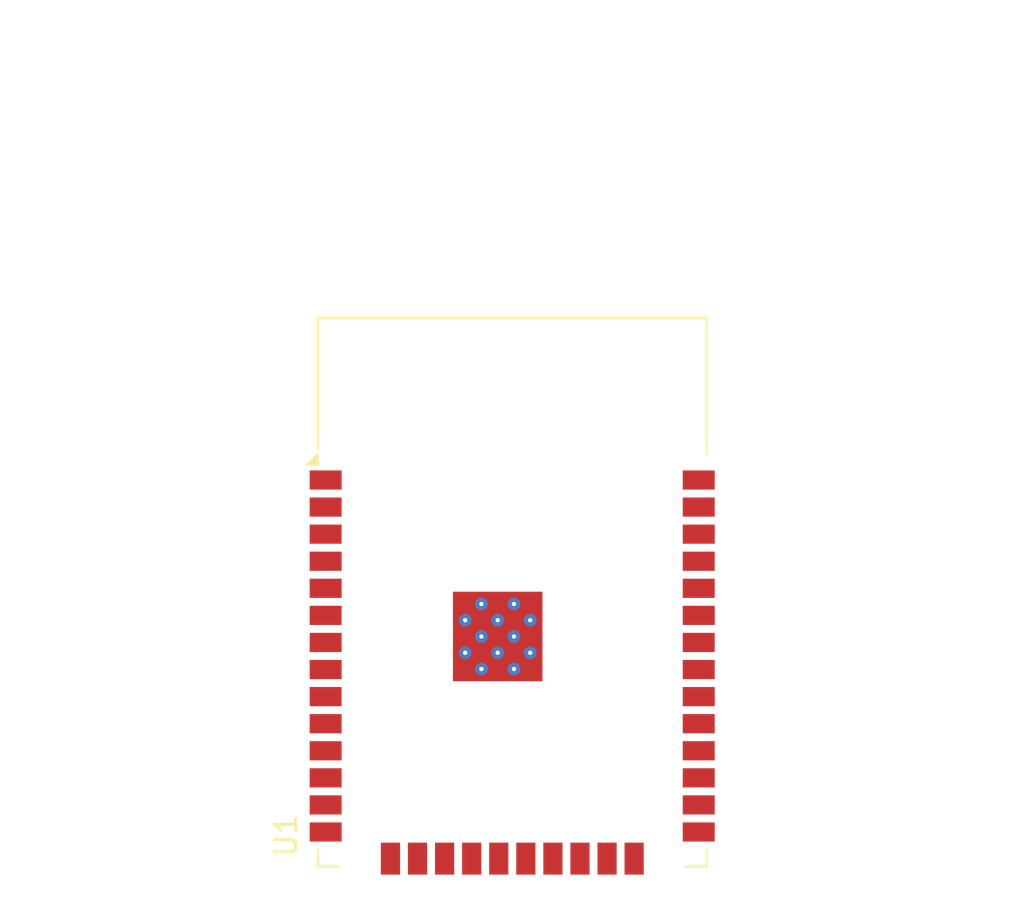
<source format=kicad_pcb>
(kicad_pcb (version 20240108) (generator "pcbnew") (generator_version "8.0")
  (layers (0 "F.Cu" signal) (31 "B.Cu" signal) (34 "B.Paste" user) (35 "F.Paste" user) (36 "B.SilkS" user "B.Silkscreen") (37 "F.SilkS" user "F.Silkscreen") (38 "B.Mask" user) (39 "F.Mask" user) (44 "Edge.Cuts" user))
  (net 0 "")
  (net 2 "Net-(U1-GND-Pad1)")
  (footprint "RF_Module:ESP32-WROOM-32" (layer "F.Cu") (at 24.025 30.765)
    (property "Reference" "U1" (at -10.61 8.43 90) (layer "F.SilkS"))
    (property "Value" "ESP32-WROOM-32")
    (fp_line (start -9.12 -15.86) (end -9.12 -9.7) (stroke (width 0.12)) (layer "F.SilkS"))
    (fp_line (start -9.12 -15.86) (end 9.12 -15.86) (stroke (width 0.12)) (layer "F.SilkS"))
    (fp_line (start -9.12 9.1) (end -9.12 9.88) (stroke (width 0.12)) (layer "F.SilkS"))
    (fp_line (start -9.12 9.88) (end -8.12 9.88) (stroke (width 0.12)) (layer "F.SilkS"))
    (fp_line (start 9.12 -15.86) (end 9.12 -9.445) (stroke (width 0.12)) (layer "F.SilkS"))
    (fp_line (start 9.12 9.1) (end 9.12 9.88) (stroke (width 0.12)) (layer "F.SilkS"))
    (fp_line (start 9.12 9.88) (end 8.12 9.88) (stroke (width 0.12)) (layer "F.SilkS"))
    (fp_poly (pts (xy -9.125 -8.975) (xy -9.625 -8.975) (xy -9.125 -9.475) (xy -9.125 -8.975)) (stroke (width 0.12)) (fill solid) (layer "F.SilkS"))
    (pad "1" smd rect (at -8.75 -8.25) (size 1.5 0.9) (layers "F.Cu" "F.Paste" "F.Mask") (net 2 "Net-(U1-GND-Pad1)"))
    (pad "2" smd rect (at -8.75 -6.98) (size 1.5 0.9) (layers "F.Cu" "F.Paste" "F.Mask"))
    (pad "3" smd rect (at -8.75 -5.71) (size 1.5 0.9) (layers "F.Cu" "F.Paste" "F.Mask"))
    (pad "4" smd rect (at -8.75 -4.44) (size 1.5 0.9) (layers "F.Cu" "F.Paste" "F.Mask"))
    (pad "5" smd rect (at -8.75 -3.17) (size 1.5 0.9) (layers "F.Cu" "F.Paste" "F.Mask"))
    (pad "6" smd rect (at -8.75 -1.9) (size 1.5 0.9) (layers "F.Cu" "F.Paste" "F.Mask"))
    (pad "7" smd rect (at -8.75 -0.63) (size 1.5 0.9) (layers "F.Cu" "F.Paste" "F.Mask"))
    (pad "8" smd rect (at -8.75 0.64) (size 1.5 0.9) (layers "F.Cu" "F.Paste" "F.Mask"))
    (pad "9" smd rect (at -8.75 1.91) (size 1.5 0.9) (layers "F.Cu" "F.Paste" "F.Mask"))
    (pad "10" smd rect (at -8.75 3.18) (size 1.5 0.9) (layers "F.Cu" "F.Paste" "F.Mask"))
    (pad "11" smd rect (at -8.75 4.45) (size 1.5 0.9) (layers "F.Cu" "F.Paste" "F.Mask"))
    (pad "12" smd rect (at -8.75 5.72) (size 1.5 0.9) (layers "F.Cu" "F.Paste" "F.Mask"))
    (pad "13" smd rect (at -8.75 6.99) (size 1.5 0.9) (layers "F.Cu" "F.Paste" "F.Mask"))
    (pad "14" smd rect (at -8.75 8.26) (size 1.5 0.9) (layers "F.Cu" "F.Paste" "F.Mask"))
    (pad "15" smd rect (at -5.71 9.51 90) (size 1.5 0.9) (layers "F.Cu" "F.Paste" "F.Mask") (net 2 "Net-(U1-GND-Pad1)"))
    (pad "16" smd rect (at -4.44 9.51 90) (size 1.5 0.9) (layers "F.Cu" "F.Paste" "F.Mask"))
    (pad "17" smd rect (at -3.17 9.51 90) (size 1.5 0.9) (layers "F.Cu" "F.Paste" "F.Mask"))
    (pad "18" smd rect (at -1.9 9.51 90) (size 1.5 0.9) (layers "F.Cu" "F.Paste" "F.Mask"))
    (pad "19" smd rect (at -0.63 9.51 90) (size 1.5 0.9) (layers "F.Cu" "F.Paste" "F.Mask"))
    (pad "20" smd rect (at 0.64 9.51 90) (size 1.5 0.9) (layers "F.Cu" "F.Paste" "F.Mask"))
    (pad "21" smd rect (at 1.91 9.51 90) (size 1.5 0.9) (layers "F.Cu" "F.Paste" "F.Mask"))
    (pad "22" smd rect (at 3.18 9.51 90) (size 1.5 0.9) (layers "F.Cu" "F.Paste" "F.Mask"))
    (pad "23" smd rect (at 4.45 9.51 90) (size 1.5 0.9) (layers "F.Cu" "F.Paste" "F.Mask"))
    (pad "24" smd rect (at 5.72 9.51 90) (size 1.5 0.9) (layers "F.Cu" "F.Paste" "F.Mask"))
    (pad "25" smd rect (at 8.75 8.26) (size 1.5 0.9) (layers "F.Cu" "F.Paste" "F.Mask"))
    (pad "26" smd rect (at 8.75 6.99) (size 1.5 0.9) (layers "F.Cu" "F.Paste" "F.Mask"))
    (pad "27" smd rect (at 8.75 5.72) (size 1.5 0.9) (layers "F.Cu" "F.Paste" "F.Mask"))
    (pad "28" smd rect (at 8.75 4.45) (size 1.5 0.9) (layers "F.Cu" "F.Paste" "F.Mask"))
    (pad "29" smd rect (at 8.75 3.18) (size 1.5 0.9) (layers "F.Cu" "F.Paste" "F.Mask"))
    (pad "30" smd rect (at 8.75 1.91) (size 1.5 0.9) (layers "F.Cu" "F.Paste" "F.Mask"))
    (pad "31" smd rect (at 8.75 0.64) (size 1.5 0.9) (layers "F.Cu" "F.Paste" "F.Mask"))
    (pad "32" smd rect (at 8.75 -0.63) (size 1.5 0.9) (layers "F.Cu" "F.Paste" "F.Mask"))
    (pad "33" smd rect (at 8.75 -1.9) (size 1.5 0.9) (layers "F.Cu" "F.Paste" "F.Mask"))
    (pad "34" smd rect (at 8.75 -3.17) (size 1.5 0.9) (layers "F.Cu" "F.Paste" "F.Mask"))
    (pad "35" smd rect (at 8.75 -4.44) (size 1.5 0.9) (layers "F.Cu" "F.Paste" "F.Mask"))
    (pad "36" smd rect (at 8.75 -5.71) (size 1.5 0.9) (layers "F.Cu" "F.Paste" "F.Mask"))
    (pad "37" smd rect (at 8.75 -6.98) (size 1.5 0.9) (layers "F.Cu" "F.Paste" "F.Mask"))
    (pad "38" smd rect (at 8.75 -8.25) (size 1.5 0.9) (layers "F.Cu" "F.Paste" "F.Mask") (net 2 "Net-(U1-GND-Pad1)"))
    (pad "39" smd rect (at -2.205 -2.435) (size 1.05 1.05) (layers "F.Cu" "F.Paste") (net 2 "Net-(U1-GND-Pad1)"))
    (pad "39" thru_hole circle (at -2.205 -1.6725) (size 0.6 0.6) (drill 0.2) (property pad_prop_heatsink) (layers "*.Cu" "F.Mask") (net 2 "Net-(U1-GND-Pad1)"))
    (pad "39" smd rect (at -2.205 -0.91) (size 1.05 1.05) (layers "F.Cu" "F.Paste") (net 2 "Net-(U1-GND-Pad1)"))
    (pad "39" thru_hole circle (at -2.205 -0.1475) (size 0.6 0.6) (drill 0.2) (property pad_prop_heatsink) (layers "*.Cu" "F.Mask") (net 2 "Net-(U1-GND-Pad1)"))
    (pad "39" smd rect (at -2.205 0.615) (size 1.05 1.05) (layers "F.Cu" "F.Paste") (net 2 "Net-(U1-GND-Pad1)"))
    (pad "39" thru_hole circle (at -1.4425 -2.435) (size 0.6 0.6) (drill 0.2) (property pad_prop_heatsink) (layers "*.Cu" "F.Mask") (net 2 "Net-(U1-GND-Pad1)"))
    (pad "39" thru_hole circle (at -1.4425 -0.91) (size 0.6 0.6) (drill 0.2) (property pad_prop_heatsink) (layers "*.Cu" "F.Mask") (net 2 "Net-(U1-GND-Pad1)"))
    (pad "39" thru_hole circle (at -1.4425 0.615) (size 0.6 0.6) (drill 0.2) (property pad_prop_heatsink) (layers "*.Cu" "F.Mask") (net 2 "Net-(U1-GND-Pad1)"))
    (pad "39" smd rect (at -0.68 -2.435) (size 1.05 1.05) (layers "F.Cu" "F.Paste") (net 2 "Net-(U1-GND-Pad1)"))
    (pad "39" thru_hole circle (at -0.68 -1.6725) (size 0.6 0.6) (drill 0.2) (property pad_prop_heatsink) (layers "*.Cu" "F.Mask") (net 2 "Net-(U1-GND-Pad1)"))
    (pad "39" smd rect (at -0.68 -0.91) (size 1.05 1.05) (layers "F.Cu" "F.Paste") (net 2 "Net-(U1-GND-Pad1)"))
    (pad "39" smd rect (at -0.68 -0.91) (size 4.2 4.2) (layers "F.Cu" "F.Mask") (net 2 "Net-(U1-GND-Pad1)"))
    (pad "39" thru_hole circle (at -0.68 -0.1475) (size 0.6 0.6) (drill 0.2) (property pad_prop_heatsink) (layers "*.Cu" "F.Mask") (net 2 "Net-(U1-GND-Pad1)"))
    (pad "39" smd rect (at -0.68 0.615) (size 1.05 1.05) (layers "F.Cu" "F.Paste") (net 2 "Net-(U1-GND-Pad1)"))
    (pad "39" thru_hole circle (at 0.0825 -2.435) (size 0.6 0.6) (drill 0.2) (property pad_prop_heatsink) (layers "*.Cu" "F.Mask") (net 2 "Net-(U1-GND-Pad1)"))
    (pad "39" thru_hole circle (at 0.0825 -0.91) (size 0.6 0.6) (drill 0.2) (property pad_prop_heatsink) (layers "*.Cu" "F.Mask") (net 2 "Net-(U1-GND-Pad1)"))
    (pad "39" thru_hole circle (at 0.0825 0.615) (size 0.6 0.6) (drill 0.2) (property pad_prop_heatsink) (layers "*.Cu" "F.Mask") (net 2 "Net-(U1-GND-Pad1)"))
    (pad "39" smd rect (at 0.845 -2.435) (size 1.05 1.05) (layers "F.Cu" "F.Paste") (net 2 "Net-(U1-GND-Pad1)"))
    (pad "39" thru_hole circle (at 0.845 -1.6725) (size 0.6 0.6) (drill 0.2) (property pad_prop_heatsink) (layers "*.Cu" "F.Mask") (net 2 "Net-(U1-GND-Pad1)"))
    (pad "39" smd rect (at 0.845 -0.91) (size 1.05 1.05) (layers "F.Cu" "F.Paste") (net 2 "Net-(U1-GND-Pad1)"))
    (pad "39" thru_hole circle (at 0.845 -0.1475) (size 0.6 0.6) (drill 0.2) (property pad_prop_heatsink) (layers "*.Cu" "F.Mask") (net 2 "Net-(U1-GND-Pad1)"))
    (pad "39" smd rect (at 0.845 0.615) (size 1.05 1.05) (layers "F.Cu" "F.Paste") (net 2 "Net-(U1-GND-Pad1)"))
  )
)
</source>
